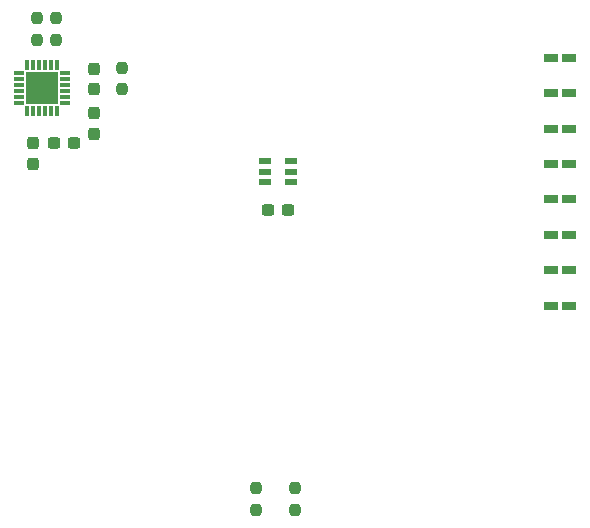
<source format=gtp>
%TF.GenerationSoftware,KiCad,Pcbnew,8.0.0*%
%TF.CreationDate,2024-04-20T13:33:13+02:00*%
%TF.ProjectId,BAT2024,42415432-3032-4342-9e6b-696361645f70,1.0*%
%TF.SameCoordinates,Original*%
%TF.FileFunction,Paste,Top*%
%TF.FilePolarity,Positive*%
%FSLAX46Y46*%
G04 Gerber Fmt 4.6, Leading zero omitted, Abs format (unit mm)*
G04 Created by KiCad (PCBNEW 8.0.0) date 2024-04-20 13:33:13*
%MOMM*%
%LPD*%
G01*
G04 APERTURE LIST*
G04 Aperture macros list*
%AMRoundRect*
0 Rectangle with rounded corners*
0 $1 Rounding radius*
0 $2 $3 $4 $5 $6 $7 $8 $9 X,Y pos of 4 corners*
0 Add a 4 corners polygon primitive as box body*
4,1,4,$2,$3,$4,$5,$6,$7,$8,$9,$2,$3,0*
0 Add four circle primitives for the rounded corners*
1,1,$1+$1,$2,$3*
1,1,$1+$1,$4,$5*
1,1,$1+$1,$6,$7*
1,1,$1+$1,$8,$9*
0 Add four rect primitives between the rounded corners*
20,1,$1+$1,$2,$3,$4,$5,0*
20,1,$1+$1,$4,$5,$6,$7,0*
20,1,$1+$1,$6,$7,$8,$9,0*
20,1,$1+$1,$8,$9,$2,$3,0*%
G04 Aperture macros list end*
%ADD10R,1.200000X0.700000*%
%ADD11RoundRect,0.237500X-0.237500X0.250000X-0.237500X-0.250000X0.237500X-0.250000X0.237500X0.250000X0*%
%ADD12R,0.850000X0.300000*%
%ADD13R,0.300000X0.850000*%
%ADD14R,2.700000X2.700000*%
%ADD15RoundRect,0.237500X-0.237500X0.300000X-0.237500X-0.300000X0.237500X-0.300000X0.237500X0.300000X0*%
%ADD16RoundRect,0.237500X0.237500X-0.250000X0.237500X0.250000X-0.237500X0.250000X-0.237500X-0.250000X0*%
%ADD17R,1.032000X0.622000*%
%ADD18R,1.032000X0.500000*%
%ADD19RoundRect,0.237500X0.300000X0.237500X-0.300000X0.237500X-0.300000X-0.237500X0.300000X-0.237500X0*%
%ADD20RoundRect,0.237500X0.237500X-0.300000X0.237500X0.300000X-0.237500X0.300000X-0.237500X-0.300000X0*%
G04 APERTURE END LIST*
D10*
%TO.C,LED7*%
X139028000Y-65077999D03*
X137427998Y-65078001D03*
%TD*%
%TO.C,LED4*%
X139028000Y-56078000D03*
X137428000Y-56078000D03*
%TD*%
%TO.C,LED2*%
X139028000Y-50078000D03*
X137428000Y-50078000D03*
%TD*%
D11*
%TO.C,R8*%
X101128000Y-47915500D03*
X101128000Y-49740500D03*
%TD*%
D10*
%TO.C,LED1*%
X139028000Y-47078000D03*
X137428000Y-47078000D03*
%TD*%
%TO.C,LED6*%
X139028000Y-62077999D03*
X137428000Y-62078001D03*
%TD*%
D11*
%TO.C,R11*%
X93978000Y-43740500D03*
X93978000Y-45565500D03*
%TD*%
D10*
%TO.C,LED5*%
X139028000Y-59078000D03*
X137428000Y-59078000D03*
%TD*%
D12*
%TO.C,IC3*%
X96328000Y-50903000D03*
X96328000Y-50403000D03*
X96328000Y-49903000D03*
X96328000Y-49403000D03*
X96328000Y-48903000D03*
X96328000Y-48403000D03*
D13*
X95628000Y-47703000D03*
X95128000Y-47703000D03*
X94628000Y-47703000D03*
X94128000Y-47703000D03*
X93628000Y-47703000D03*
X93128000Y-47703000D03*
D12*
X92428000Y-48403000D03*
X92428000Y-48903000D03*
X92428000Y-49403000D03*
X92428000Y-49903000D03*
X92428000Y-50403000D03*
X92428000Y-50903000D03*
D13*
X93128000Y-51603000D03*
X93628000Y-51603000D03*
X94128000Y-51603000D03*
X94628000Y-51603000D03*
X95128000Y-51603000D03*
X95628000Y-51603000D03*
D14*
X94378000Y-49653000D03*
%TD*%
D15*
%TO.C,C3*%
X98795500Y-51790500D03*
X98795500Y-53515500D03*
%TD*%
D16*
%TO.C,R4*%
X112462000Y-85340500D03*
X112462000Y-83515500D03*
%TD*%
D11*
%TO.C,R10*%
X95578000Y-43740500D03*
X95578000Y-45565500D03*
%TD*%
D10*
%TO.C,LED3*%
X139028000Y-53078000D03*
X137428000Y-53078000D03*
%TD*%
D15*
%TO.C,C2*%
X93628000Y-54328000D03*
X93628000Y-56053000D03*
%TD*%
D10*
%TO.C,LED8*%
X139028000Y-68078000D03*
X137428000Y-68078000D03*
%TD*%
D16*
%TO.C,R3*%
X115828000Y-85340500D03*
X115828000Y-83515500D03*
%TD*%
D17*
%TO.C,MK1*%
X115438000Y-57596000D03*
D18*
X115438000Y-56712000D03*
D17*
X115438000Y-55828000D03*
X113228000Y-55828000D03*
D18*
X113228000Y-56712000D03*
D17*
X113228000Y-57596000D03*
%TD*%
D19*
%TO.C,C4*%
X97090500Y-54269000D03*
X95365500Y-54269000D03*
%TD*%
%TO.C,C9*%
X115195500Y-59928000D03*
X113470500Y-59928000D03*
%TD*%
D20*
%TO.C,C1*%
X98795500Y-49715500D03*
X98795500Y-47990500D03*
%TD*%
M02*

</source>
